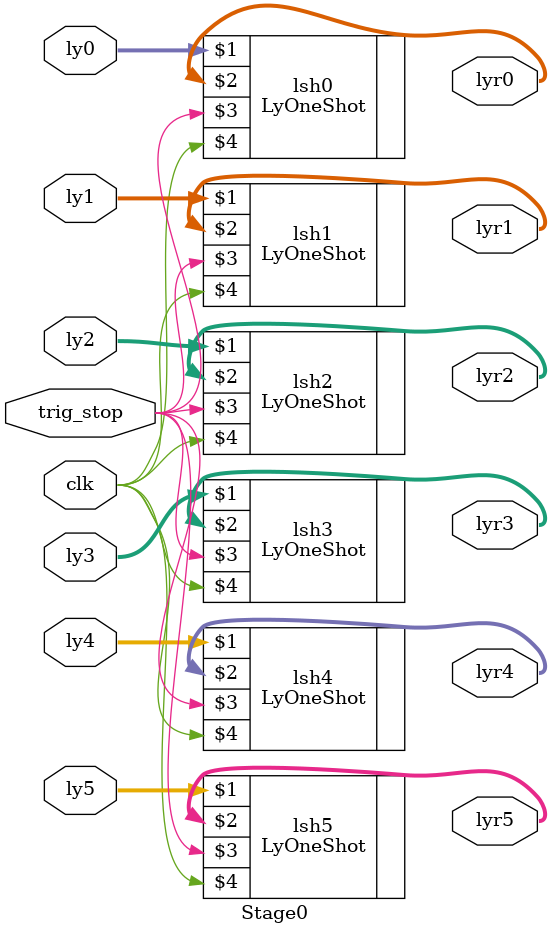
<source format=v>


module Stage0
(
    ly0,
    ly1,
    ly2,
    ly3,
    ly4,
    ly5,
    lyr0,
    lyr1,
    lyr2,
    lyr3,
    lyr4,
    lyr5,
    trig_stop,
    clk
);

    input [31:0] ly0;
    input [31:0] ly1;
    input [31:0] ly2;
    input [31:0] ly3;
    input [31:0] ly4;
    input [31:0] ly5;
    output [31:0] lyr0;
    output [31:0] lyr1;
    output [31:0] lyr2;
    output [31:0] lyr3;
    output [31:0] lyr4;
    output [31:0] lyr5;
    input trig_stop;
    input clk;

     //this module one-shots the whole chamber
    LyOneShot lsh0
    (
        ly0,
        lyr0,
        trig_stop,
        clk
    );
    LyOneShot lsh1
    (
        ly1,
        lyr1,
        trig_stop,
        clk
    );
    LyOneShot lsh2
    (
        ly2,
        lyr2,
        trig_stop,
        clk
    );
    LyOneShot lsh3
    (
        ly3,
        lyr3,
        trig_stop,
        clk
    );
    LyOneShot lsh4
    (
        ly4,
        lyr4,
        trig_stop,
        clk
    );
    LyOneShot lsh5
    (
        ly5,
        lyr5,
        trig_stop,
        clk
    );
endmodule

</source>
